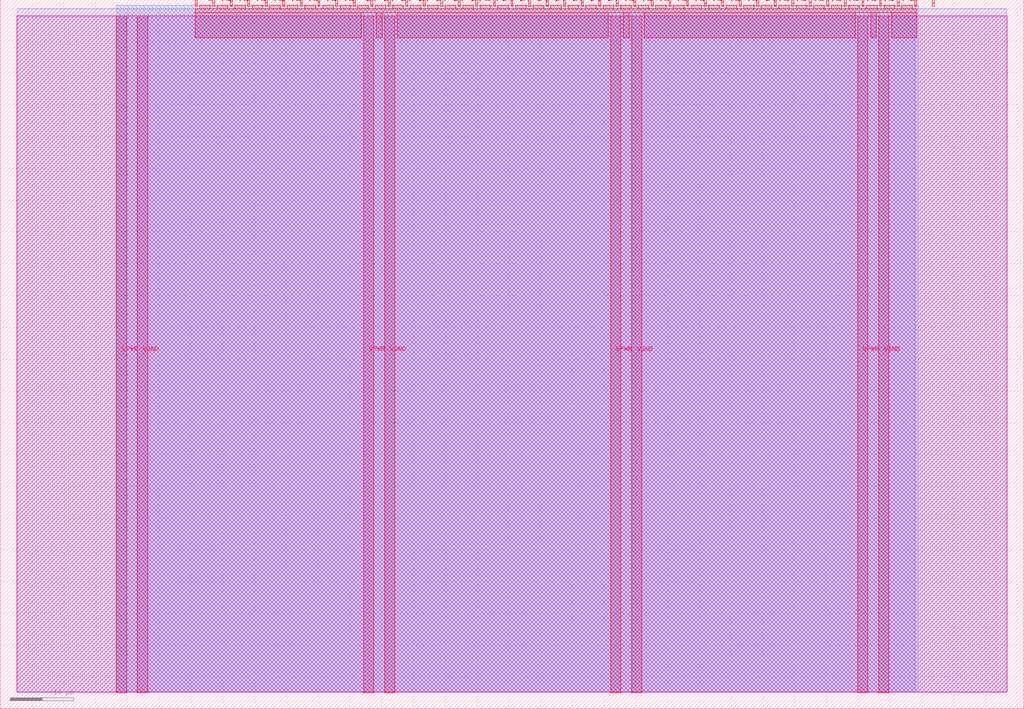
<source format=lef>
VERSION 5.7 ;
  NOWIREEXTENSIONATPIN ON ;
  DIVIDERCHAR "/" ;
  BUSBITCHARS "[]" ;
MACRO tt_um_wokwi_414120303651028993
  CLASS BLOCK ;
  FOREIGN tt_um_wokwi_414120303651028993 ;
  ORIGIN 0.000 0.000 ;
  SIZE 161.000 BY 111.520 ;
  PIN VGND
    DIRECTION INOUT ;
    USE GROUND ;
    PORT
      LAYER met4 ;
        RECT 21.580 2.480 23.180 109.040 ;
    END
    PORT
      LAYER met4 ;
        RECT 60.450 2.480 62.050 109.040 ;
    END
    PORT
      LAYER met4 ;
        RECT 99.320 2.480 100.920 109.040 ;
    END
    PORT
      LAYER met4 ;
        RECT 138.190 2.480 139.790 109.040 ;
    END
  END VGND
  PIN VPWR
    DIRECTION INOUT ;
    USE POWER ;
    PORT
      LAYER met4 ;
        RECT 18.280 2.480 19.880 109.040 ;
    END
    PORT
      LAYER met4 ;
        RECT 57.150 2.480 58.750 109.040 ;
    END
    PORT
      LAYER met4 ;
        RECT 96.020 2.480 97.620 109.040 ;
    END
    PORT
      LAYER met4 ;
        RECT 134.890 2.480 136.490 109.040 ;
    END
  END VPWR
  PIN clk
    DIRECTION INPUT ;
    USE SIGNAL ;
    ANTENNAGATEAREA 0.495000 ;
    PORT
      LAYER met4 ;
        RECT 143.830 110.520 144.130 111.520 ;
    END
  END clk
  PIN ena
    DIRECTION INPUT ;
    USE SIGNAL ;
    PORT
      LAYER met4 ;
        RECT 146.590 110.520 146.890 111.520 ;
    END
  END ena
  PIN rst_n
    DIRECTION INPUT ;
    USE SIGNAL ;
    PORT
      LAYER met4 ;
        RECT 141.070 110.520 141.370 111.520 ;
    END
  END rst_n
  PIN ui_in[0]
    DIRECTION INPUT ;
    USE SIGNAL ;
    PORT
      LAYER met4 ;
        RECT 138.310 110.520 138.610 111.520 ;
    END
  END ui_in[0]
  PIN ui_in[1]
    DIRECTION INPUT ;
    USE SIGNAL ;
    PORT
      LAYER met4 ;
        RECT 135.550 110.520 135.850 111.520 ;
    END
  END ui_in[1]
  PIN ui_in[2]
    DIRECTION INPUT ;
    USE SIGNAL ;
    ANTENNAGATEAREA 0.159000 ;
    PORT
      LAYER met4 ;
        RECT 132.790 110.520 133.090 111.520 ;
    END
  END ui_in[2]
  PIN ui_in[3]
    DIRECTION INPUT ;
    USE SIGNAL ;
    ANTENNAGATEAREA 0.159000 ;
    PORT
      LAYER met4 ;
        RECT 130.030 110.520 130.330 111.520 ;
    END
  END ui_in[3]
  PIN ui_in[4]
    DIRECTION INPUT ;
    USE SIGNAL ;
    ANTENNAGATEAREA 0.159000 ;
    PORT
      LAYER met4 ;
        RECT 127.270 110.520 127.570 111.520 ;
    END
  END ui_in[4]
  PIN ui_in[5]
    DIRECTION INPUT ;
    USE SIGNAL ;
    ANTENNAGATEAREA 0.159000 ;
    PORT
      LAYER met4 ;
        RECT 124.510 110.520 124.810 111.520 ;
    END
  END ui_in[5]
  PIN ui_in[6]
    DIRECTION INPUT ;
    USE SIGNAL ;
    ANTENNAGATEAREA 0.159000 ;
    PORT
      LAYER met4 ;
        RECT 121.750 110.520 122.050 111.520 ;
    END
  END ui_in[6]
  PIN ui_in[7]
    DIRECTION INPUT ;
    USE SIGNAL ;
    ANTENNAGATEAREA 0.159000 ;
    PORT
      LAYER met4 ;
        RECT 118.990 110.520 119.290 111.520 ;
    END
  END ui_in[7]
  PIN uio_in[0]
    DIRECTION INPUT ;
    USE SIGNAL ;
    PORT
      LAYER met4 ;
        RECT 116.230 110.520 116.530 111.520 ;
    END
  END uio_in[0]
  PIN uio_in[1]
    DIRECTION INPUT ;
    USE SIGNAL ;
    PORT
      LAYER met4 ;
        RECT 113.470 110.520 113.770 111.520 ;
    END
  END uio_in[1]
  PIN uio_in[2]
    DIRECTION INPUT ;
    USE SIGNAL ;
    PORT
      LAYER met4 ;
        RECT 110.710 110.520 111.010 111.520 ;
    END
  END uio_in[2]
  PIN uio_in[3]
    DIRECTION INPUT ;
    USE SIGNAL ;
    PORT
      LAYER met4 ;
        RECT 107.950 110.520 108.250 111.520 ;
    END
  END uio_in[3]
  PIN uio_in[4]
    DIRECTION INPUT ;
    USE SIGNAL ;
    PORT
      LAYER met4 ;
        RECT 105.190 110.520 105.490 111.520 ;
    END
  END uio_in[4]
  PIN uio_in[5]
    DIRECTION INPUT ;
    USE SIGNAL ;
    PORT
      LAYER met4 ;
        RECT 102.430 110.520 102.730 111.520 ;
    END
  END uio_in[5]
  PIN uio_in[6]
    DIRECTION INPUT ;
    USE SIGNAL ;
    PORT
      LAYER met4 ;
        RECT 99.670 110.520 99.970 111.520 ;
    END
  END uio_in[6]
  PIN uio_in[7]
    DIRECTION INPUT ;
    USE SIGNAL ;
    PORT
      LAYER met4 ;
        RECT 96.910 110.520 97.210 111.520 ;
    END
  END uio_in[7]
  PIN uio_oe[0]
    DIRECTION OUTPUT ;
    USE SIGNAL ;
    PORT
      LAYER met4 ;
        RECT 49.990 110.520 50.290 111.520 ;
    END
  END uio_oe[0]
  PIN uio_oe[1]
    DIRECTION OUTPUT ;
    USE SIGNAL ;
    PORT
      LAYER met4 ;
        RECT 47.230 110.520 47.530 111.520 ;
    END
  END uio_oe[1]
  PIN uio_oe[2]
    DIRECTION OUTPUT ;
    USE SIGNAL ;
    PORT
      LAYER met4 ;
        RECT 44.470 110.520 44.770 111.520 ;
    END
  END uio_oe[2]
  PIN uio_oe[3]
    DIRECTION OUTPUT ;
    USE SIGNAL ;
    PORT
      LAYER met4 ;
        RECT 41.710 110.520 42.010 111.520 ;
    END
  END uio_oe[3]
  PIN uio_oe[4]
    DIRECTION OUTPUT ;
    USE SIGNAL ;
    PORT
      LAYER met4 ;
        RECT 38.950 110.520 39.250 111.520 ;
    END
  END uio_oe[4]
  PIN uio_oe[5]
    DIRECTION OUTPUT ;
    USE SIGNAL ;
    PORT
      LAYER met4 ;
        RECT 36.190 110.520 36.490 111.520 ;
    END
  END uio_oe[5]
  PIN uio_oe[6]
    DIRECTION OUTPUT ;
    USE SIGNAL ;
    PORT
      LAYER met4 ;
        RECT 33.430 110.520 33.730 111.520 ;
    END
  END uio_oe[6]
  PIN uio_oe[7]
    DIRECTION OUTPUT ;
    USE SIGNAL ;
    PORT
      LAYER met4 ;
        RECT 30.670 110.520 30.970 111.520 ;
    END
  END uio_oe[7]
  PIN uio_out[0]
    DIRECTION OUTPUT ;
    USE SIGNAL ;
    PORT
      LAYER met4 ;
        RECT 72.070 110.520 72.370 111.520 ;
    END
  END uio_out[0]
  PIN uio_out[1]
    DIRECTION OUTPUT ;
    USE SIGNAL ;
    PORT
      LAYER met4 ;
        RECT 69.310 110.520 69.610 111.520 ;
    END
  END uio_out[1]
  PIN uio_out[2]
    DIRECTION OUTPUT ;
    USE SIGNAL ;
    PORT
      LAYER met4 ;
        RECT 66.550 110.520 66.850 111.520 ;
    END
  END uio_out[2]
  PIN uio_out[3]
    DIRECTION OUTPUT ;
    USE SIGNAL ;
    PORT
      LAYER met4 ;
        RECT 63.790 110.520 64.090 111.520 ;
    END
  END uio_out[3]
  PIN uio_out[4]
    DIRECTION OUTPUT ;
    USE SIGNAL ;
    PORT
      LAYER met4 ;
        RECT 61.030 110.520 61.330 111.520 ;
    END
  END uio_out[4]
  PIN uio_out[5]
    DIRECTION OUTPUT ;
    USE SIGNAL ;
    PORT
      LAYER met4 ;
        RECT 58.270 110.520 58.570 111.520 ;
    END
  END uio_out[5]
  PIN uio_out[6]
    DIRECTION OUTPUT ;
    USE SIGNAL ;
    PORT
      LAYER met4 ;
        RECT 55.510 110.520 55.810 111.520 ;
    END
  END uio_out[6]
  PIN uio_out[7]
    DIRECTION OUTPUT ;
    USE SIGNAL ;
    PORT
      LAYER met4 ;
        RECT 52.750 110.520 53.050 111.520 ;
    END
  END uio_out[7]
  PIN uo_out[0]
    DIRECTION OUTPUT ;
    USE SIGNAL ;
    ANTENNADIFFAREA 0.445500 ;
    PORT
      LAYER met4 ;
        RECT 94.150 110.520 94.450 111.520 ;
    END
  END uo_out[0]
  PIN uo_out[1]
    DIRECTION OUTPUT ;
    USE SIGNAL ;
    ANTENNADIFFAREA 0.445500 ;
    PORT
      LAYER met4 ;
        RECT 91.390 110.520 91.690 111.520 ;
    END
  END uo_out[1]
  PIN uo_out[2]
    DIRECTION OUTPUT ;
    USE SIGNAL ;
    ANTENNADIFFAREA 0.445500 ;
    PORT
      LAYER met4 ;
        RECT 88.630 110.520 88.930 111.520 ;
    END
  END uo_out[2]
  PIN uo_out[3]
    DIRECTION OUTPUT ;
    USE SIGNAL ;
    ANTENNADIFFAREA 0.445500 ;
    PORT
      LAYER met4 ;
        RECT 85.870 110.520 86.170 111.520 ;
    END
  END uo_out[3]
  PIN uo_out[4]
    DIRECTION OUTPUT ;
    USE SIGNAL ;
    ANTENNADIFFAREA 0.445500 ;
    PORT
      LAYER met4 ;
        RECT 83.110 110.520 83.410 111.520 ;
    END
  END uo_out[4]
  PIN uo_out[5]
    DIRECTION OUTPUT ;
    USE SIGNAL ;
    ANTENNADIFFAREA 0.445500 ;
    PORT
      LAYER met4 ;
        RECT 80.350 110.520 80.650 111.520 ;
    END
  END uo_out[5]
  PIN uo_out[6]
    DIRECTION OUTPUT ;
    USE SIGNAL ;
    ANTENNADIFFAREA 0.445500 ;
    PORT
      LAYER met4 ;
        RECT 77.590 110.520 77.890 111.520 ;
    END
  END uo_out[6]
  PIN uo_out[7]
    DIRECTION OUTPUT ;
    USE SIGNAL ;
    ANTENNADIFFAREA 0.445500 ;
    PORT
      LAYER met4 ;
        RECT 74.830 110.520 75.130 111.520 ;
    END
  END uo_out[7]
  OBS
      LAYER nwell ;
        RECT 2.570 2.635 158.430 108.990 ;
      LAYER li1 ;
        RECT 2.760 2.635 158.240 108.885 ;
      LAYER met1 ;
        RECT 2.760 2.480 158.240 110.120 ;
      LAYER met2 ;
        RECT 18.310 2.535 143.890 110.685 ;
      LAYER met3 ;
        RECT 18.290 2.555 144.370 110.665 ;
      LAYER met4 ;
        RECT 31.370 110.120 33.030 110.665 ;
        RECT 34.130 110.120 35.790 110.665 ;
        RECT 36.890 110.120 38.550 110.665 ;
        RECT 39.650 110.120 41.310 110.665 ;
        RECT 42.410 110.120 44.070 110.665 ;
        RECT 45.170 110.120 46.830 110.665 ;
        RECT 47.930 110.120 49.590 110.665 ;
        RECT 50.690 110.120 52.350 110.665 ;
        RECT 53.450 110.120 55.110 110.665 ;
        RECT 56.210 110.120 57.870 110.665 ;
        RECT 58.970 110.120 60.630 110.665 ;
        RECT 61.730 110.120 63.390 110.665 ;
        RECT 64.490 110.120 66.150 110.665 ;
        RECT 67.250 110.120 68.910 110.665 ;
        RECT 70.010 110.120 71.670 110.665 ;
        RECT 72.770 110.120 74.430 110.665 ;
        RECT 75.530 110.120 77.190 110.665 ;
        RECT 78.290 110.120 79.950 110.665 ;
        RECT 81.050 110.120 82.710 110.665 ;
        RECT 83.810 110.120 85.470 110.665 ;
        RECT 86.570 110.120 88.230 110.665 ;
        RECT 89.330 110.120 90.990 110.665 ;
        RECT 92.090 110.120 93.750 110.665 ;
        RECT 94.850 110.120 96.510 110.665 ;
        RECT 97.610 110.120 99.270 110.665 ;
        RECT 100.370 110.120 102.030 110.665 ;
        RECT 103.130 110.120 104.790 110.665 ;
        RECT 105.890 110.120 107.550 110.665 ;
        RECT 108.650 110.120 110.310 110.665 ;
        RECT 111.410 110.120 113.070 110.665 ;
        RECT 114.170 110.120 115.830 110.665 ;
        RECT 116.930 110.120 118.590 110.665 ;
        RECT 119.690 110.120 121.350 110.665 ;
        RECT 122.450 110.120 124.110 110.665 ;
        RECT 125.210 110.120 126.870 110.665 ;
        RECT 127.970 110.120 129.630 110.665 ;
        RECT 130.730 110.120 132.390 110.665 ;
        RECT 133.490 110.120 135.150 110.665 ;
        RECT 136.250 110.120 137.910 110.665 ;
        RECT 139.010 110.120 140.670 110.665 ;
        RECT 141.770 110.120 143.430 110.665 ;
        RECT 30.655 109.440 144.145 110.120 ;
        RECT 30.655 105.575 56.750 109.440 ;
        RECT 59.150 105.575 60.050 109.440 ;
        RECT 62.450 105.575 95.620 109.440 ;
        RECT 98.020 105.575 98.920 109.440 ;
        RECT 101.320 105.575 134.490 109.440 ;
        RECT 136.890 105.575 137.790 109.440 ;
        RECT 140.190 105.575 144.145 109.440 ;
  END
END tt_um_wokwi_414120303651028993
END LIBRARY


</source>
